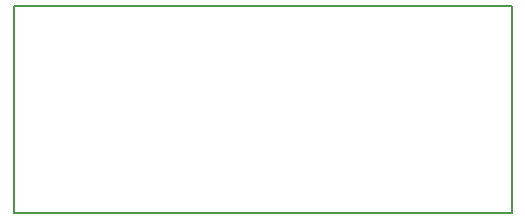
<source format=gbr>
G04 #@! TF.GenerationSoftware,KiCad,Pcbnew,(5.1.4)-1*
G04 #@! TF.CreationDate,2019-12-17T13:15:33+01:00*
G04 #@! TF.ProjectId,Parkplatz,5061726b-706c-4617-947a-2e6b69636164,rev?*
G04 #@! TF.SameCoordinates,Original*
G04 #@! TF.FileFunction,Profile,NP*
%FSLAX46Y46*%
G04 Gerber Fmt 4.6, Leading zero omitted, Abs format (unit mm)*
G04 Created by KiCad (PCBNEW (5.1.4)-1) date 2019-12-17 13:15:33*
%MOMM*%
%LPD*%
G04 APERTURE LIST*
%ADD10C,0.200000*%
%ADD11C,0.150000*%
G04 APERTURE END LIST*
D10*
X144272000Y-89408000D02*
X186436000Y-89408000D01*
X144272000Y-89916000D02*
X144272000Y-89408000D01*
D11*
X186436000Y-106934000D02*
X186436000Y-89408000D01*
X144272000Y-106934000D02*
X186436000Y-106934000D01*
X144272000Y-89916000D02*
X144272000Y-106934000D01*
M02*

</source>
